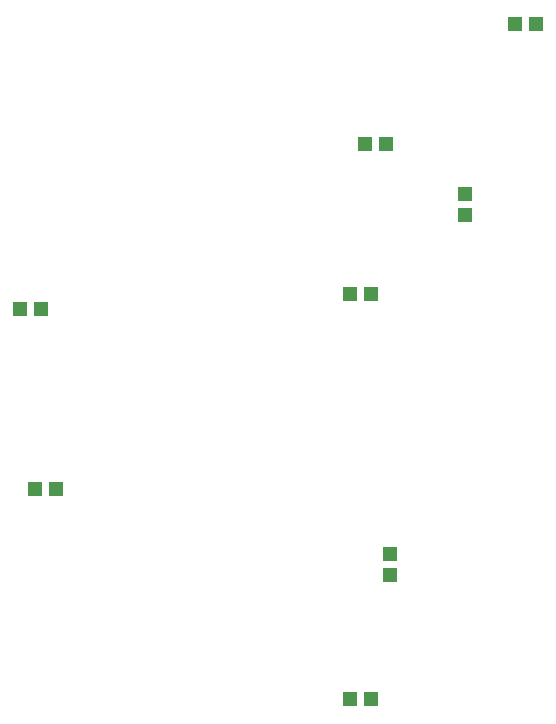
<source format=gbr>
G04 EAGLE Gerber RS-274X export*
G75*
%MOMM*%
%FSLAX34Y34*%
%LPD*%
%INSolderpaste Top*%
%IPPOS*%
%AMOC8*
5,1,8,0,0,1.08239X$1,22.5*%
G01*
%ADD10R,1.143000X1.270000*%
%ADD11R,1.270000X1.143000*%


D10*
X334010Y444500D03*
X351790Y444500D03*
X631190Y114300D03*
X613410Y114300D03*
X626110Y584200D03*
X643890Y584200D03*
D11*
X711200Y524510D03*
X711200Y542290D03*
D10*
X613410Y457200D03*
X631190Y457200D03*
D11*
X647700Y219710D03*
X647700Y237490D03*
D10*
X364490Y292100D03*
X346710Y292100D03*
X770890Y685800D03*
X753110Y685800D03*
M02*

</source>
